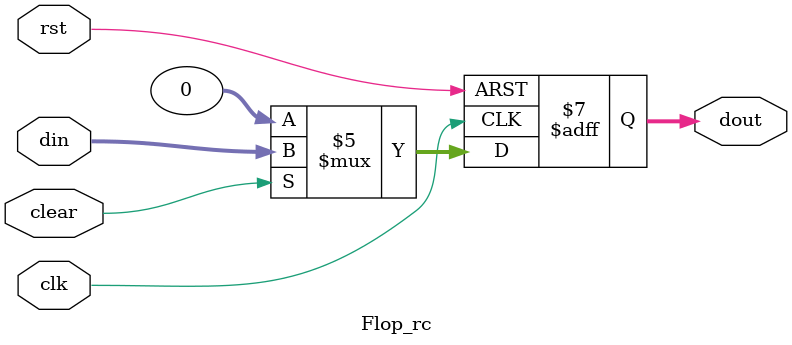
<source format=v>
`timescale 1ns / 1ps

module Flop_rc #(parameter WIDTH = 32)(
	/*
		Ä£¿éÃû³Æ£ºFlop_rc
		Ä£¿é¹¦ÄÜ£º´ø rst¡¢clear µÄ D ´¥·¢Æ÷
		ÊäÈë¶Ë¿Ú£º
			clk 		Ê±ÖÓÐÅºÅ
			rst 		¸´Î»ÐÅºÅ£¬rst = 0 Ê±Êä³ö¸´Î»Îª 0
			clear 		Çå³ýÐÅºÅ£¬clear = 0 Ê±Êä³öÇå³ýÎª 0
			din 		ÊäÈë
		Êä³ö¶Ë¿Ú£º
			dout 		Êä³ö
	*/

	input 									clk,
	input 									rst,
	input 									clear,
	input 				[WIDTH - 1 : 0] 	din,

	output 		reg 	[WIDTH - 1 : 0] 	dout
	);


	always @ (posedge clk or negedge rst) begin
		if (!rst) 			dout <= 0;
		else if (!clear) 	dout <= 0;
		else 				dout <= din;
	end

endmodule
</source>
